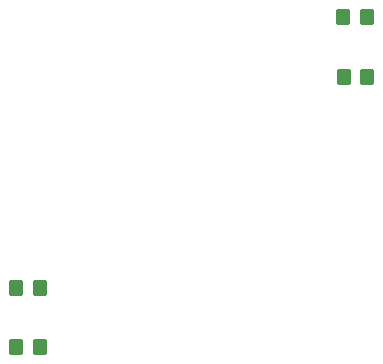
<source format=gbr>
%TF.GenerationSoftware,KiCad,Pcbnew,8.0.6*%
%TF.CreationDate,2024-11-07T15:38:19-03:00*%
%TF.ProjectId,Blue Pill extension board v2 (sin PTH),426c7565-2050-4696-9c6c-20657874656e,rev?*%
%TF.SameCoordinates,Original*%
%TF.FileFunction,Paste,Top*%
%TF.FilePolarity,Positive*%
%FSLAX46Y46*%
G04 Gerber Fmt 4.6, Leading zero omitted, Abs format (unit mm)*
G04 Created by KiCad (PCBNEW 8.0.6) date 2024-11-07 15:38:19*
%MOMM*%
%LPD*%
G01*
G04 APERTURE LIST*
G04 Aperture macros list*
%AMRoundRect*
0 Rectangle with rounded corners*
0 $1 Rounding radius*
0 $2 $3 $4 $5 $6 $7 $8 $9 X,Y pos of 4 corners*
0 Add a 4 corners polygon primitive as box body*
4,1,4,$2,$3,$4,$5,$6,$7,$8,$9,$2,$3,0*
0 Add four circle primitives for the rounded corners*
1,1,$1+$1,$2,$3*
1,1,$1+$1,$4,$5*
1,1,$1+$1,$6,$7*
1,1,$1+$1,$8,$9*
0 Add four rect primitives between the rounded corners*
20,1,$1+$1,$2,$3,$4,$5,0*
20,1,$1+$1,$4,$5,$6,$7,0*
20,1,$1+$1,$6,$7,$8,$9,0*
20,1,$1+$1,$8,$9,$2,$3,0*%
G04 Aperture macros list end*
%ADD10RoundRect,0.250000X-0.350000X-0.450000X0.350000X-0.450000X0.350000X0.450000X-0.350000X0.450000X0*%
%ADD11RoundRect,0.250000X0.350000X0.450000X-0.350000X0.450000X-0.350000X-0.450000X0.350000X-0.450000X0*%
G04 APERTURE END LIST*
D10*
%TO.C,R3*%
X159875000Y-75350000D03*
X161875000Y-75350000D03*
%TD*%
D11*
%TO.C,R2*%
X134175000Y-98280000D03*
X132175000Y-98280000D03*
%TD*%
D10*
%TO.C,R4*%
X159895000Y-80430000D03*
X161895000Y-80430000D03*
%TD*%
%TO.C,R1*%
X132175000Y-103280000D03*
X134175000Y-103280000D03*
%TD*%
M02*

</source>
